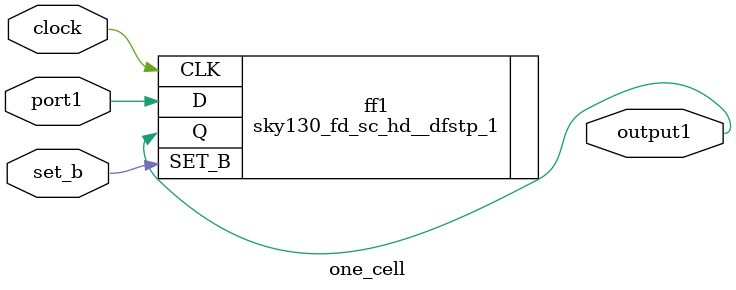
<source format=v>
module one_cell(port1, clock, output1, set_b);
  input port1;
  input clock;
  input set_b;
  output output1;

  sky130_fd_sc_hd__dfstp_1 ff1(
    .Q(output1),
    .D(port1),
    .CLK(clock),
    .SET_B(set_b)
  );

endmodule

</source>
